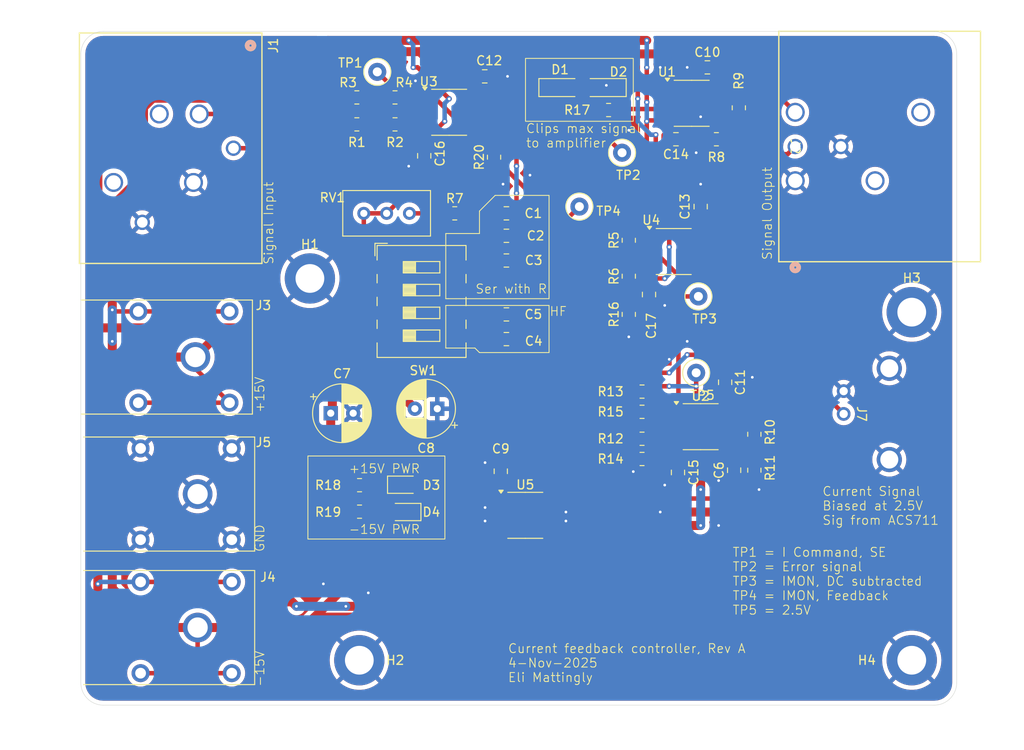
<source format=kicad_pcb>
(kicad_pcb (version 20240108) (generator "pcbnew") (generator_version "8.0")
  (layers (0 "F.Cu" signal) (31 "B.Cu" signal) (34 "B.Paste" user) (35 "F.Paste" user) (36 "B.SilkS" user "B.Silkscreen") (37 "F.SilkS" user "F.Silkscreen") (38 "B.Mask" user) (39 "F.Mask" user) (44 "Edge.Cuts" user))
  (net 0 "")
  (net 1 "/SIG_ERR")
  (net 2 "Net-(C1-Pad1)")
  (net 3 "Net-(C2-Pad1)")
  (net 4 "Net-(C3-Pad1)")
  (net 5 "Net-(C4-Pad1)")
  (net 6 "Net-(C5-Pad1)")
  (net 7 "Net-(U2B-+)")
  (net 8 "GND")
  (net 9 "+15V")
  (net 10 "-15V")
  (net 11 "+5V")
  (net 12 "/SIG_ERR_Clip")
  (net 13 "Net-(D1-A)")
  (net 14 "Net-(D3-K)")
  (net 15 "Net-(D4-A)")
  (net 16 "/IN-")
  (net 17 "/IN+")
  (net 18 "/OUT-")
  (net 19 "/OUT+")
  (net 20 "/IMon_In")
  (net 21 "Net-(U3A-+)")
  (net 22 "Net-(U3A--)")
  (net 23 "/I_CMD")
  (net 24 "Net-(U4A--)")
  (net 25 "/IMON_FB")
  (net 26 "Net-(R16-Pad2)")
  (net 27 "Net-(R7-Pad1)")
  (net 28 "Net-(U1B--)")
  (net 29 "Net-(U2A-+)")
  (net 30 "+2V5")
  (net 31 "Net-(U2A--)")
  (net 32 "/IMon_DC_Subtract")
  (net 35 "Net-(U3B--)")
  (footprint "MountingHole:MountingHole_3.2mm_M3_DIN965_Pad" (layer "F.Cu") (at 148.5 100)
    (property "Reference" "H2")
    (property "Value" "~")
  )
  (footprint "Capacitor_THT:CP_Radial_D6.3mm_P2.50mm" (layer "F.Cu") (at 145.317621 72.5)
    (property "Reference" "C7")
    (property "Value" "100u")
  )
  (footprint "MountingHole:MountingHole_3.2mm_M3_DIN965_Pad" (layer "F.Cu") (at 210 100)
    (property "Reference" "H4")
    (property "Value" "~")
  )
  (footprint "Resistor_SMD:R_0805_2012Metric_Pad1.20x1.40mm_HandSolder" (layer "F.Cu") (at 176.25 38.75)
    (property "Reference" "R17")
    (property "Value" "1k")
  )
  (footprint "Diode_SMD:D_SOD-123" (layer "F.Cu") (at 170.85 36.25)
    (property "Reference" "D1")
    (property "Value" "2.5")
  )
  (footprint "Resistor_SMD:R_0805_2012Metric_Pad1.20x1.40mm_HandSolder" (layer "F.Cu") (at 159.125 50.25)
    (property "Reference" "R7")
    (property "Value" "1k")
  )
  (footprint "Capacitor_SMD:C_0805_2012Metric_Pad1.18x1.45mm_HandSolder" (layer "F.Cu") (at 162.4625 35 180)
    (property "Reference" "C12")
    (property "Value" "100n")
  )
  (footprint "Package_SO:SOIC-8_3.9x4.9mm_P1.27mm" (layer "F.Cu") (at 166.975 83.8675)
    (property "Reference" "U5")
    (property "Value" "L78L05_SO8")
  )
  (footprint "Capacitor_SMD:C_0805_2012Metric_Pad1.18x1.45mm_HandSolder" (layer "F.Cu") (at 180.75 59.2875 90)
    (property "Reference" "C17")
    (property "Value" "100n")
  )
  (footprint "Resistor_SMD:R_0805_2012Metric_Pad1.20x1.40mm_HandSolder" (layer "F.Cu") (at 192.475 78.845 90)
    (property "Reference" "R11")
    (property "Value" "10k")
  )
  (footprint "Resistor_SMD:R_0805_2012Metric_Pad1.20x1.40mm_HandSolder" (layer "F.Cu") (at 178.5 61.5 90)
    (property "Reference" "R16")
    (property "Value" "220")
  )
  (footprint "Resistor_SMD:R_0805_2012Metric_Pad1.20x1.40mm_HandSolder" (layer "F.Cu") (at 148.525 83.46)
    (property "Reference" "R19")
    (property "Value" "10k")
  )
  (footprint "Resistor_SMD:R_0805_2012Metric_Pad1.20x1.40mm_HandSolder" (layer "F.Cu") (at 188.25 42)
    (property "Reference" "R8")
    (property "Value" "1k")
  )
  (footprint "Capacitor_SMD:C_0805_2012Metric_Pad1.18x1.45mm_HandSolder" (layer "F.Cu") (at 186.5 49.5 -90)
    (property "Reference" "C13")
    (property "Value" "100n")
  )
  (footprint "Capacitor_SMD:C_0805_2012Metric_Pad1.18x1.45mm_HandSolder" (layer "F.Cu") (at 164.875 61.5)
    (property "Reference" "C5")
    (property "Value" "1n")
  )
  (footprint "Package_SO:SOIC-8_3.9x4.9mm_P1.27mm" (layer "F.Cu") (at 186.5 74)
    (property "Reference" "U2")
    (property "Value" "ADA4610-2xR")
  )
  (footprint "Capacitor_SMD:C_0805_2012Metric_Pad1.18x1.45mm_HandSolder" (layer "F.Cu") (at 164.875 64.25)
    (property "Reference" "C4")
    (property "Value" "470p")
  )
  (footprint "Eli_Lib:AC3FAH2-F-XLR" (layer "F.Cu") (at 130.04 39.19 90)
    (property "Reference" "J1")
    (property "Value" "AC3FAH2-XLR")
  )
  (footprint "TestPoint:TestPoint_Loop_D2.50mm_Drill1.0mm" (layer "F.Cu") (at 186.25 59.5)
    (property "Reference" "TP3")
    (property "Value" "5002")
  )
  (footprint "Resistor_SMD:R_0805_2012Metric_Pad1.20x1.40mm_HandSolder" (layer "F.Cu") (at 148.225 40.345)
    (property "Reference" "R1")
    (property "Value" "1k")
  )
  (footprint "LED_SMD:LED_0805_2012Metric_Pad1.15x1.40mm_HandSolder" (layer "F.Cu") (at 153.5 83.5 180)
    (property "Reference" "D4")
    (property "Value" "LED")
  )
  (footprint "Capacitor_SMD:C_0805_2012Metric_Pad1.18x1.45mm_HandSolder" (layer "F.Cu") (at 190.225 78.845 90)
    (property "Reference" "C6")
    (property "Value" "10u")
  )
  (footprint "Resistor_SMD:R_0805_2012Metric_Pad1.20x1.40mm_HandSolder" (layer "F.Cu") (at 178.5 57.25 90)
    (property "Reference" "R6")
    (property "Value" "1k")
  )
  (footprint "TestPoint:TestPoint_Loop_D2.50mm_Drill1.0mm" (layer "F.Cu") (at 177.75 43.5)
    (property "Reference" "TP2")
    (property "Value" "5002")
  )
  (footprint "Capacitor_SMD:C_0805_2012Metric_Pad1.18x1.45mm_HandSolder" (layer "F.Cu") (at 183.75 42 180)
    (property "Reference" "C14")
    (property "Value" "100n")
  )
  (footprint "Button_Switch_SMD:SW_DIP_SPSTx04_Slide_9.78x12.34mm_W8.61mm_P2.54mm" (layer "F.Cu") (at 155.43 60.06)
    (property "Reference" "SW1")
    (property "Value" "SW_DIP_x04")
  )
  (footprint "Diode_SMD:D_SOD-123" (layer "F.Cu") (at 175.85 36.25 180)
    (property "Reference" "D2")
    (property "Value" "2.5")
  )
  (footprint "Eli_Lib:Banana-FCR7350L" (layer "F.Cu") (at 130.5 96.36)
    (property "Reference" "J4")
    (property "Value" "Banana")
  )
  (footprint "Potentiometer_THT:Potentiometer_Bourns_3296W_Vertical" (layer "F.Cu") (at 149 50.25 180)
    (property "Reference" "RV1")
    (property "Value" "10k")
  )
  (footprint "Capacitor_SMD:C_0805_2012Metric_Pad1.18x1.45mm_HandSolder" (layer "F.Cu") (at 164.25 78.9625 -90)
    (property "Reference" "C9")
    (property "Value" "10u")
  )
  (footprint "MountingHole:MountingHole_3.2mm_M3_DIN965_Pad" (layer "F.Cu") (at 210 61.25)
    (property "Reference" "H3")
    (property "Value" "~")
  )
  (footprint "Eli_Lib:AC3MAH-AU-PRE_AMP" (layer "F.Cu") (at 197.03 46.62 -90)
    (property "Reference" "J2")
    (property "Value" "AC3MAH-AU-PRE")
  )
  (footprint "LED_SMD:LED_0805_2012Metric_Pad1.15x1.40mm_HandSolder" (layer "F.Cu") (at 153.5 80.46)
    (property "Reference" "D3")
    (property "Value" "LED")
  )
  (footprint "Resistor_SMD:R_0805_2012Metric_Pad1.20x1.40mm_HandSolder" (layer "F.Cu") (at 163.5 44 90)
    (property "Reference" "R20")
    (property "Value" "10k")
  )
  (footprint "Resistor_SMD:R_0805_2012Metric_Pad1.20x1.40mm_HandSolder" (layer "F.Cu") (at 178.5 53.25 90)
    (property "Reference" "R5")
    (property "Value" "10k")
  )
  (footprint "Resistor_SMD:R_0805_2012Metric_Pad1.20x1.40mm_HandSolder" (layer "F.Cu") (at 190.75 38.5 90)
    (property "Reference" "R9")
    (property "Value" "1k")
  )
  (footprint "TestPoint:TestPoint_Loop_D2.50mm_Drill1.0mm" (layer "F.Cu") (at 186 68)
    (property "Reference" "TP5")
    (property "Value" "5002")
  )
  (footprint "Resistor_SMD:R_0805_2012Metric_Pad1.20x1.40mm_HandSolder" (layer "F.Cu") (at 192.475 74.845 90)
    (property "Reference" "R10")
    (property "Value" "10k")
  )
  (footprint "Resistor_SMD:R_0805_2012Metric_Pad1.20x1.40mm_HandSolder" (layer "F.Cu") (at 152.475 40.345)
    (property "Reference" "R2")
    (property "Value" "1k")
  )
  (footprint "Eli_Lib:Banana-FCR7350L" (layer "F.Cu") (at 130.25 66.25)
    (property "Reference" "J3")
    (property "Value" "Banana")
  )
  (footprint "Eli_Lib:Banana-FCR7350L" (layer "F.Cu") (at 130.5 81.5)
    (property "Reference" "J5")
    (property "Value" "Banana")
  )
  (footprint "Capacitor_SMD:C_0805_2012Metric_Pad1.18x1.45mm_HandSolder" (layer "F.Cu") (at 164.875 50.25)
    (property "Reference" "C1")
    (property "Value" "47n")
  )
  (footprint "Resistor_SMD:R_0805_2012Metric_Pad1.20x1.40mm_HandSolder" (layer "F.Cu") (at 148.525 80.51)
    (property "Reference" "R18")
    (property "Value" "10k")
  )
  (footprint "Package_SO:SOIC-8_3.9x4.9mm_P1.27mm" (layer "F.Cu") (at 158.5 39)
    (property "Reference" "U3")
    (property "Value" "ADA4610-2xR")
  )
  (footprint "TestPoint:TestPoint_Loop_D2.50mm_Drill1.0mm" (layer "F.Cu") (at 150.5 34.5)
    (property "Reference" "TP1")
    (property "Value" "5002")
  )
  (footprint "Resistor_SMD:R_0805_2012Metric_Pad1.20x1.40mm_HandSolder" (layer "F.Cu") (at 179.975 70.095 180)
    (property "Reference" "R13")
    (property "Value" "1k")
  )
  (footprint "Resistor_SMD:R_0805_2012Metric_Pad1.20x1.40mm_HandSolder" (layer "F.Cu") (at 148.225 37.345)
    (property "Reference" "R3")
    (property "Value" "1k")
  )
  (footprint "Resistor_SMD:R_0805_2012Metric_Pad1.20x1.40mm_HandSolder" (layer "F.Cu") (at 179.975 75.345)
    (property "Reference" "R12")
    (property "Value" "1k")
  )
  (footprint "Resistor_SMD:R_0805_2012Metric_Pad1.20x1.40mm_HandSolder" (layer "F.Cu") (at 179.975 77.595 180)
    (property "Reference" "R14")
    (property "Value" "1k")
  )
  (footprint "Capacitor_SMD:C_0805_2012Metric_Pad1.18x1.45mm_HandSolder" (layer "F.Cu") (at 164.875 52.75)
    (property "Reference" "C2")
    (property "Value" "22n")
  )
  (footprint "Capacitor_SMD:C_0805_2012Metric_Pad1.18x1.45mm_HandSolder" (layer "F.Cu") (at 183.975 79.095 90)
    (property "Reference" "C15")
    (property "Value" "100n")
  )
  (footprint "Capacitor_THT:CP_Radial_D6.3mm_P2.50mm" (layer "F.Cu") (at 157.18238 72 180)
    (property "Reference" "C8")
    (property "Value" "100u")
  )
  (footprint "Resistor_SMD:R_0805_2012Metric_Pad1.20x1.40mm_HandSolder" (layer "F.Cu") (at 179.975 72.345)
    (property "Reference" "R15")
    (property "Value" "1k")
  )
  (footprint "Capacitor_SMD:C_0805_2012Metric_Pad1.18x1.45mm_HandSolder" (layer "F.Cu") (at 187.25 34)
    (property "Reference" "C10")
    (property "Value" "100n")
  )
  (footprint "Package_SO:SOIC-8_3.9x4.9mm_P1.27mm" (layer "F.Cu") (at 185.5 38)
    (property "Reference" "U1")
    (property "Value" "ADA4610-2xR")
  )
  (footprint "Capacitor_SMD:C_0805_2012Metric_Pad1.18x1.45mm_HandSolder" (layer "F.Cu") (at 189.225 69.0575 -90)
    (property "Reference" "C11")
    (property "Value" "100n")
  )
  (footprint "Eli_Lib:31-5486-1010 BNC Panel RA" (layer "F.Cu") (at 202.42 72.58 -90)
    (property "Reference" "J7")
    (property "Value" "Conn_Coaxial")
  )
  (footprint "Package_SO:SOIC-8_3.9x4.9mm_P1.27mm" (layer "F.Cu") (at 183.5 54.5)
    (property "Reference" "U4")
    (property "Value" "ADA4610-2xR")
  )
  (footprint "Capacitor_SMD:C_0805_2012Metric_Pad1.18x1.45mm_HandSolder" (layer "F.Cu") (at 164.875 55.5)
    (property "Reference" "C3")
    (property "Value" "10n")
  )
  (footprint "MountingHole:MountingHole_3.2mm_M3_DIN965_Pad" (layer "F.Cu") (at 143 57.5)
    (property "Reference" "H1")
    (property "Value" "~")
  )
  (footprint "Capacitor_SMD:C_0805_2012Metric_Pad1.18x1.45mm_HandSolder" (layer "F.Cu") (at 155.725 43.845 90)
    (property "Reference" "C16")
    (property "Value" "100n")
  )
  (footprint "Resistor_SMD:R_0805_2012Metric_Pad1.20x1.40mm_HandSolder" (layer "F.Cu") (at 152.475 37.345)
    (property "Reference" "R4")
    (property "Value" "1k")
  )
  (footprint "TestPoint:TestPoint_Loop_D2.50mm_Drill1.0mm" (layer "F.Cu") (at 173 49.5)
    (property "Reference" "TP4")
    (property "Value" "5002")
  )
  (gr_line (start 158.125 60.5) (end 158.125 65.25) (stroke (width 0.1)) (layer "F.SilkS"))
  (gr_line (start 169.625 65.75) (end 169.625 60.5) (stroke (width 0.1)) (layer "F.SilkS"))
  (gr_line (start 161.875 65.75) (end 169.625 65.75) (stroke (width 0.1)) (layer "F.SilkS"))
  (gr_line (start 161.875 50) (end 161.875 52.5) (stroke (width 0.1)) (layer "F.SilkS"))
  (gr_line (start 158.125 52.5) (end 158.125 59.75) (stroke (width 0.1)) (layer "F.SilkS"))
  (gr_line (start 169.625 59.75) (end 169.625 48.25) (stroke (width 0.1)) (layer "F.SilkS"))
  (gr_line (start 163.625 48.25) (end 161.875 50) (stroke (width 0.1)) (layer "F.SilkS"))
  (gr_rect (start 142.775 77.26) (end 158.025 86.51) (stroke (width 0.1)) (fill none) (layer "F.SilkS"))
  (gr_line (start 158.375 59.75) (end 169.625 59.75) (stroke (width 0.1)) (layer "F.SilkS"))
  (gr_rect (start 167 33) (end 179 40) (stroke (width 0.1)) (fill none) (layer "F.SilkS"))
  (gr_line (start 169.625 48.25) (end 163.625 48.25) (stroke (width 0.1)) (layer "F.SilkS"))
  (gr_line (start 161.375 65.25) (end 161.875 65.75) (stroke (width 0.1)) (layer "F.SilkS"))
  (gr_line (start 158.125 65.25) (end 161.375 65.25) (stroke (width 0.1)) (layer "F.SilkS"))
  (gr_line (start 158.125 59.75) (end 158.375 59.75) (stroke (width 0.1)) (layer "F.SilkS"))
  (gr_line (start 169.625 60.5) (end 158.125 60.5) (stroke (width 0.1)) (layer "F.SilkS"))
  (gr_line (start 161.875 52.5) (end 158.125 52.5) (stroke (width 0.1)) (layer "F.SilkS"))
  (gr_arc (start 215 102.5) (mid 214.267767 104.267767) (end 212.5 105) (stroke (width 0.05)) (layer "Edge.Cuts"))
  (gr_line (start 215 32.5) (end 215 102.5) (stroke (width 0.05)) (layer "Edge.Cuts"))
  (gr_line (start 120 30) (end 212.5 30) (stroke (width 0.05)) (layer "Edge.Cuts"))
  (gr_arc (start 117.5 32.5) (mid 118.232233 30.732233) (end 120 30) (stroke (width 0.05)) (layer "Edge.Cuts"))
  (gr_arc (start 212.5 30) (mid 214.267767 30.732233) (end 215 32.5) (stroke (width 0.05)) (layer "Edge.Cuts"))
  (gr_arc (start 120 105) (mid 118.232233 104.267767) (end 117.5 102.5) (stroke (width 0.05)) (layer "Edge.Cuts"))
  (gr_line (start 117.5 102.5) (end 117.5 32.5) (stroke (width 0.05)) (layer "Edge.Cuts"))
  (gr_line (start 212.5 105) (end 120 105) (stroke (width 0.05)) (layer "Edge.Cuts"))
  (gr_text "GND" (at 138 88 90) (layer "F.SilkS") (effects (font (size 1 1) (thickness 0.1)) (justify left bottom)))
  (gr_text "+15V" (at 138 72.5 90) (layer "F.SilkS") (effects (font (size 1 1) (thickness 0.1)) (justify left bottom)))
  (gr_text "-15V" (at 138 103 90) (layer "F.SilkS") (effects (font (size 1 1) (thickness 0.1)) (justify left bottom)))
  (gr_text "Current feedback controller, Rev A\n4-Nov-2025\nEli Mattingly" (at 165 102.5 0) (layer "F.SilkS") (effects (font (size 1 1) (thickness 0.1)) (justify left bottom)))
  (gr_text "+15V PWR" (at 147.275 79.26 0) (layer "F.SilkS") (effects (font (size 1 1) (thickness 0.1)) (justify left bottom)))
  (gr_text "-15V PWR" (at 147.275 86.01 0) (layer "F.SilkS") (effects (font (size 1 1) (thickness 0.1)) (justify left bottom)))
  (gr_text "Signal Input" (at 139 56 90) (layer "F.SilkS") (effects (font (size 1 1) (thickness 0.1)) (justify left bottom)))
  (gr_text "TP1 = I Command, SE\nTP2 = Error signal\nTP3 = IMON, DC subtracted\nTP4 = IMON, Feedback\nTP5 = 2.5V" (at 190 95 0) (layer "F.SilkS") (effects (font (size 1 1) (thickness 0.1)) (justify left bottom)))
  (gr_text "Signal Output" (at 194.5 55.5 90) (layer "F.SilkS") (effects (font (size 1 1) (thickness 0.1)) (justify left bottom)))
  (gr_text "Ser with R" (at 161.375 59.25 0) (layer "F.SilkS") (effects (font (size 1 1) (thickness 0.1)) (justify left bottom)))
  (gr_text "Clips max signal\nto amplifier" (at 167 43 0) (layer "F.SilkS") (effects (font (size 1 1) (thickness 0.1)) (justify left bottom)))
  (gr_text "Current Signal\nBiased at 2.5V\nSig from ACS711" (at 200 85 0) (layer "F.SilkS") (effects (font (size 1 1) (thickness 0.1)) (justify left bottom)))
  (gr_text "HF" (at 169.625 61.75 0) (layer "F.SilkS") (effects (font (size 1 1) (thickness 0.1)) (justify left bottom)))
  (segment (start 165.9125 61.5) (end 165.9125 55.5) (width 1) (layer "F.Cu") (net 1))
  (segment (start 165.9125 52.75) (end 165.9125 50.25) (width 1) (layer "F.Cu") (net 1))
  (segment (start 160.975 38.365) (end 162.365 38.365) (width 0.5) (layer "F.Cu") (net 1))
  (segment (start 162.365 38.365) (end 165 41) (width 0.5) (layer "F.Cu") (net 1))
  (segment (start 177.75 43.5) (end 175.25 41) (width 0.5) (layer "F.Cu") (net 1))
  (segment (start 166 50.1625) (end 165.9125 50.25) (width 0.5) (layer "F.Cu") (net 1))
  (segment (start 164.365 38.365) (end 160.975 38.365) (width 0.5) (layer "F.Cu") (net 1))
  (segment (start 165.9125 55.5) (end 165.9125 52.75) (width 1) (layer "F.Cu") (net 1))
  (segment (start 166 48) (end 166 50.1625) (width 0.5) (layer "F.Cu") (net 1))
  (segment (start 165.9125 64.25) (end 165.9125 61.5) (width 1) (layer "F.Cu") (net 1))
  (segment (start 166 42) (end 166 45) (width 0.5) (layer "F.Cu") (net 1))
  (segment (start 165 41) (end 166 42) (width 0.5) (layer "F.Cu") (net 1))
  (segment (start 164.5 38.5) (end 164.365 38.365) (width 0.5) (layer "F.Cu") (net 1))
  (segment (start 166.25 38.75) (end 166 38.5) (width 0.5) (layer "F.Cu") (net 1))
  (segment (start 166 38.5) (end 164.5 38.5) (width 0.5) (layer "F.Cu") (net 1))
  (segment (start 175.25 38.75) (end 166.25 38.75) (width 0.5) (layer "F.Cu") (net 1))
  (segment (start 175.25 41) (end 175.25 38.75) (width 0.5) (layer "F.Cu") (net 1))
  (via (at 166 45) (size 0.6) (drill 0.3) (layers "F.Cu" "B.Cu") (net 1))
  (via (at 166 48) (size 0.6) (drill 0.3) (layers "F.Cu" "B.Cu") (net 1))
  (segment (start 166 45) (end 166 48) (width 0.5) (layer "B.Cu") (net 1))
  (segment (start 154.125 56.25) (end 151.125 56.25) (width 0.5) (layer "F.Cu") (net 2))
  (segment (start 154.125 56.25) (end 154.125 58.375) (width 0.5) (layer "F.Cu") (net 2))
  (segment (start 160.125 50.25) (end 163.8375 50.25) (width 0.5) (layer "F.Cu") (net 2))
  (segment (start 160.125 50.25) (end 154.125 56.25) (width 0.5) (layer "F.Cu") (net 2))
  (segment (start 153.71 58.79) (end 151.125 58.79) (width 0.5) (layer "F.Cu") (net 2))
  (segment (start 154.125 58.375) (end 153.71 58.79) (width 0.5) (layer "F.Cu") (net 2))
  (segment (start 159.735 56.25) (end 163.235 52.75) (width 0.5) (layer "F.Cu") (net 3))
  (segment (start 163.235 52.75) (end 163.8375 52.75) (width 0.5) (layer "F.Cu") (net 3))
  (segment (start 161.21 58.79) (end 159.735 58.79) (width 0.5) (layer "F.Cu") (net 4))
  (segment (start 163.8375 55.5) (end 163.8375 56.1625) (width 0.5) (layer "F.Cu") (net 4))
  (segment (start 163.8375 56.1625) (end 161.21 58.79) (width 0.5) (layer "F.Cu") (net 4))
  (segment (start 160.115 64.25) (end 159.735 63.87) (width 0.5) (layer "F.Cu") (net 5))
  (segment (start 163.8375 64.25) (end 160.115 64.25) (width 0.5) (layer "F.Cu") (net 5))
  (segment (start 163.8375 61.5) (end 159.905 61.5) (width 0.5) (layer "F.Cu") (net 6))
  (segment (start 159.905 61.5) (end 159.735 61.33) (width 0.5) (layer "F.Cu") (net 6))
  (segment (start 188.975 75.905) (end 188.975 76.5575) (width 0.5) (layer "F.Cu") (net 7))
  (segment (start 192.475 75.845) (end 192.475 77.845) (width 0.5) (layer "F.Cu") (net 7))
  (segment (start 192.475 77.845) (end 190.2625 77.845) (width 0.5) (layer "F.Cu") (net 7))
  (segment (start 188.975 76.5575) (end 190.225 77.8075) (width 0.5) (layer "F.Cu") (net 7))
  (segment (start 190.2625 77.845) (end 190.225 77.8075) (width 0.5) (layer "F.Cu") (net 7))
  (segment (start 162.5025 84.5025) (end 162.5 84.5) (width 0.5) (layer "F.Cu") (net 8))
  (segment (start 187.975 39.905) (end 186.905 39.905) (width 0.5) (layer "F.Cu") (net 8))
  (segment (start 171.2325 83.2325) (end 171.5 83.5) (width 0.5) (layer "F.Cu") (net 8))
  (segment (start 164.5 83.2325) (end 162.7325 83.2325) (width 0.5) (layer "F.Cu") (net 8))
  (segment (start 171.4975 84.5025) (end 171.5 84.5) (width 0.5) (layer "F.Cu") (net 8))
  (segment (start 164.25 77.925) (end 162.575 77.925) (width 0.5) (layer "F.Cu") (net 8))
  (segment (start 169.45 84.5025) (end 171.4975 84.5025) (width 0.5) (layer "F.Cu") (net 8))
  (segment (start 162.7325 83.2325) (end 162.5 83) (width 0.5) (layer "F.Cu") (net 8))
  (segment (start 164.5 84.5025) (end 162.5025 84.5025) (width 0.5) (layer "F.Cu") (net 8))
  (segment (start 169.45 83.2325) (end 171.2325 83.2325) (width 0.5) (layer "F.Cu") (net 8))
  (segment (start 162.575 77.925) (end 162.5 78) (width 0.5) (layer "F.Cu") (net 8))
  (segment (start 186.905 39.905) (end 186.5 39.5) (width 0.5) (layer "F.Cu") (net 8))
  (via (at 182.5 60.5) (size 0.6) (drill 0.3) (layers "F.Cu" "B.Cu") (net 8))
  (via (at 179 79) (size 0.6) (drill 0.3) (layers "F.Cu" "B.Cu") (net 8))
  (via (at 149.5 92.5) (size 0.6) (drill 0.3) (layers "F.Cu" "B.Cu") (net 8))
  (via (at 186.5 47) (size 0.6) (drill 0.3) (layers "F.Cu" "B.Cu") (net 8))
  (via (at 171.5 84.5) (size 0.6) (drill 0.3) (layers "F.Cu" "B.Cu") (net 8))
  (via (at 183 66.5) (size 0.6) (drill 0.3) (layers "F.Cu" "B.Cu") (net 8))
  (via (at 178.5 64) (size 0.6) (drill 0.3) (layers "F.Cu" "B.Cu") (net 8))
  (via (at 186.5 39.5) (size 0.6) (drill 0.3) (layers "F.Cu" "B.Cu") (net 8))
  (via (at 188.5 80) (size 0.6) (drill 0.3) (layers "F.Cu" "B.Cu") (net 8))
  (via (at 185 64.5) (size 0.6) (drill 0.3) (layers "F.Cu" "B.Cu") (net 8))
  (via (at 154 45) (size 0.6) (drill 0.3) (layers "F.Cu" "B.Cu") (net 8))
  (via (at 144.5 91.5) (size 0.6) (drill 0.3) (layers "F.Cu" "B.Cu") (net 8))
  (via (at 167.5 46) (size 0.6) (drill 0.3) (layers "F.Cu" "B.Cu") (net 8))
  (via (at 162.5 84.5) (size 0.6) (drill 0.3) (layers "F.Cu" "B.Cu") (net 8))
  (via (at 182 83.5) (size 0.6) (drill 0.3) (layers "F.Cu" "B.Cu") (net 8))
  (via (at 176 36) (size 0.6) (drill 0.3) (layers "F.Cu" "B.Cu") (net 8))
  (via (at 188.5 85) (size 0.6) (drill 0.3) (layers "F.Cu" "B.Cu") (net 8))
  (via (at 171.5 83.5) (size 0.6) (drill 0.3) (layers "F.Cu" "B.Cu") (net 8))
  (via (at 186 43.5) (size 0.6) (drill 0.3) (layers "F.Cu" "B.Cu") (net 8))
  (via (at 185 34) (size 0.6) (drill 0.3) (layers "F.Cu" "B.Cu") (net 8))
  (via (at 154.75 35.5) (size 0.6) (drill 0.3) (layers "F.Cu" "B.Cu") (net 8))
  (via (at 193 81) (size 0.6) (drill 0.3) (layers "F.Cu" "B.Cu") (net 8))
  (via (at 164.5 47) (size 0.6) (drill 0.3) (layers "F.Cu" "B.Cu") (net 8))
  (via (at 192.25 68.5) (size 0.6) (drill 0.3) (layers "F.Cu" "B.Cu") (net 8))
  (via (at 162.5 78) (size 0.6) (drill 0.3) (layers "F.Cu" "B.Cu") (net 8))
  (via (at 162.5 83) (size 0.6) (drill 0.3) (layers "F.Cu" "B.Cu") (net 8))
  (via (at 178.5 41) (size 0.6) (drill 0.3) (layers "F.Cu" "B.Cu") (net 8))
  (via (at 182.5 80.5) (size 0.6) (drill 0.3) (layers "F.Cu" "B.Cu") (net 8))
  (via (at 165 35) (size 0.6) (drill 0.3) (layers "F.Cu" "B.Cu") (net 8))
  (via (at 182 34) (size 0.6) (drill 0.3) (layers "F.Cu" "B.Cu") (net 8))
  (segment (start 141 93.5) (end 141.5 94) (width 1) (layer "F.Cu") (net 9))
  (segment (start 134.05 61.17) (end 123.9 61.17) (width 0.5) (layer "F.Cu") (net 9))
  (segment (start 189.225 70.095) (end 189.225 71.845) (width 0.5) (layer "F.Cu") (net 9))
  (segment (start 141.6718 34.7) (end 143.8 34.7) (width 1) (layer "F.Cu") (net 9))
  (segment (start 179.25 88.73995) (end 179.25 88.75) (width 0.5) (layer "F.Cu") (net 9))
  (segment (start 181.5 41.5) (end 181.5 45.51005) (width 0.5) (layer "F.Cu") (net 9))
  (segment (start 196 75.21957) (end 190.87543 70.095) (width 1) (layer "F.Cu") (net 9))
  (segment (start 132 64.5) (end 144 64.5) (width 1) (layer "F.Cu") (net 9))
  (segment (start 174 94) (end 179.25 88.75) (width 1) (layer "F.Cu") (net 9))
  (segment (start 147 94) (end 166 94) (width 1) (layer "F.Cu") (net 9))
  (segment (start 179.5 32.5) (end 179.5 37) (width 0.5) (layer "F.Cu") (net 9))
  (segment (start 161.225 35.1325) (end 161.225 36.845) (width 0.5) (layer "F.Cu") (net 9))
  (segment (start 179.25 88.75) (end 184.5 83.5) (width 1) (layer "F.Cu") (net 9))
  (segment (start 123.9 61.17) (end 121.17 61.17) (width 0.5) (layer "F.Cu") (net 9))
  (segment (start 158.1325 35.1325) (end 161.225 35.1325) (width 1) (layer "F.Cu") (net 9))
  (segment (start 121.17 61.17) (end 121 61) (width 0.5) (layer "F.Cu") (net 9))
  (segment (start 146.5 75.5) (end 145.317621 74.317621) (width 1) (layer "F.Cu") (net 9))
  (segment (start 150.265 75.5) (end 146.5 75.5) (width 1) (layer "F.Cu") (net 9))
  (segment (start 196 80.843502) (end 196 75.21957) (width 1) (layer "F.Cu") (net 9))
  (segment (start 161.225 36.845) (end 160.975 37.095) (width 0.5) (layer "F.Cu") (net 9))
  (segment (start 155.25 32.25) (end 155.5 32.5) (width 1) (layer "F.Cu") (net 9))
  (segment (start 186.5 50.51005) (end 186.5 50.5375) (width 0.5) (layer "F.Cu") (net 9))
  (segment (start 169.45 81.9625) (end 167.5375 81.9625) (width 0.5) (layer "F.Cu") (net 9))
  (segment (start 190.87543 70.095) (end 189.225 70.095) (width 1) (layer "F.Cu") (net 9))
  (segment (start 122.5 93.5) (end 141 93.5) (width 1) (layer "F.Cu") (net 9))
  (segment (start 155.5 32.5) (end 179.5 32.5) (width 1) (layer "F.Cu") (net 9))
  (segment (start 134.05 71.33) (end 130.25 67.53) (width 0.5) (layer "F.Cu") (net 9))
  (segment (start 143.8 34.7) (end 146.25 32.25) (width 1) (layer "F.Cu") (net 9))
  (segment (start 184.5 83.5) (end 193.343502 83.5) (width 1) (layer "F.Cu") (net 9))
  (segment (start 189.225 71.845) (end 188.975 72.095) (width 0.5) (layer "F.Cu") (net 9))
  (segment (start 146.25 32.25) (end 155.25 32.25) (width 1) (layer "F.Cu") (net 9))
  (segment (start 166.5 93.5) (end 166 94) (width 0.5) (layer "F.Cu") (net 9))
  (segment (start 188.2875 35.7825) (end 187.975 36.095) (width 0.5) (layer "F.Cu") (net 9))
  (segment (start 154.525 79.76) (end 150.265 75.5) (width 1) (layer "F.Cu") (net 9))
  (segment (start 122.25 66.25) (end 122 66.5) (width 1) (layer "F.Cu") (net 9))
  (segment (start 166.5 83) (end 166.5 93.5) (width 0.5) (layer "F.Cu") (net 9))
  (segment (start 121 67.5) (end 121 92) (width 1) (layer "F.Cu") (net 9))
  (segment (start 130.25 66.25) (end 132 64.5) (width 1) (layer "F.Cu") (net 9))
  (segment (start 145.5 66) (end 145.5 72.317621) (width 1) (layer "F.Cu") (net 9))
  (segment (start 123.9 71.33) (end 134.05 71.33) (width 0.5) (layer "F.Cu") (net 9))
  (segment (start 124.4759 38.463427) (end 125.503427 37.4359) (width 1) (layer "F.Cu") (net 9))
  (segment (start 124.4759 45.964773) (end 124.4759 38.463427) (width 1) (layer "F.Cu") (net 9))
  (segment (start 145.5 72.317621) (end 145.317621 72.5) (width 1) (layer "F.Cu") (net 9))
  (segment (start 121 61) (end 121 49.440673) (width 1) (layer "F.Cu") (net 9))
  (segment (start 186.5 52.07) (end 185.975 52.595) (width 0.5) (layer "F.Cu") (net 9))
  (segment (start 154.525 80.46) (end 154.525 79.76) (width 1) (layer "F.Cu") (net 9))
  (segment (start 179.5 32.5) (end 187.5125 32.5) (width 1) (layer "F.Cu") (net 9))
  (segment (start 122 66.5) (end 121 67.5) (width 1) (layer "F.Cu") (net 9))
  (segment (start 193.343502 83.5) (end 196 80.843502) (width 1) (layer "F.Cu") (net 9))
  (segment (start 181.5 45.51005) (end 186.5 50.51005) (width 0.5) (layer "F.Cu") (net 9))
  (segment (start 121 49.440673) (end 124.4759 45.964773) (width 1) (layer "F.Cu") (net 9))
  (segment (start 166 94) (end 174 94) (width 1) (layer "F.Cu") (net 9))
  (segment (start 167.5375 81.9625) (end 166.5 83) (width 0.5) (layer "F.Cu") (net 9))
  (segment (start 179.5 37) (end 179.5 37.5) (width 0.5) (layer "F.Cu") (net 9))
  (segment (start 155.5 32.5) (end 158.1325 35.1325) (width 1) (layer "F.Cu") (net 9))
  (segment (start 145.317621 74.317621) (end 145.317621 72.5) (width 1) (layer "F.Cu") (net 9))
  (segment (start 130.25 66.25) (end 122.25 66.25) (width 1) (layer "F.Cu") (net 9))
  (segment (start 130.25 67.53) (end 130.25 66.25) (width 0.5) (layer "F.Cu") (net 9))
  (segment (start 144 64.5) (end 145.5 66) (width 1) (layer "F.Cu") (net 9))
  (segment (start 188.2875 34) (end 188.2875 35.7825) (width 0.5) (layer "F.Cu") (net 9))
  (segment (start 121 92) (end 122.5 93.5) (width 1) (layer "F.Cu") (net 9))
  (segment (start 186.5 50.5375) (end 186.5 52.07) (width 0.5) (layer "F.Cu") (net 9))
  (segment (start 138.9359 37.4359) (end 141.6718 34.7) (width 1) (layer "F.Cu") (net 9))
  (segment (start 125.503427 37.4359) (end 138.9359 37.4359) (width 1) (layer "F.Cu") (net 9))
  (segment (start 187.5125 32.5) (end 188.2875 33.275) (width 1) (layer "F.Cu") (net 9))
  (segment (start 121 67.5) (end 121 64.5) (width 1) (layer "F.Cu") (net 9))
  (segment (start 188.2875 33.275) (end 188.2875 34) (width 1) (layer "F.Cu") (net 9))
  (via (at 141.5 94) (size 0.6) (drill 0.3) (layers "F.Cu" "B.Cu") (net 9))
  (via (at 179.5 37.5) (size 0.6) (drill 0.3) (layers "F.Cu" "B.Cu") (net 9))
  (via (at 181.5 41.5) (size 0.6) (drill 0.3) (layers "F.Cu" "B.Cu") (net 9))
  (via (at 121 64.5) (size 0.6) (drill 0.3) (layers "F.Cu" "B.Cu") (net 9))
  (via (at 147 94) (size 0.6) (drill 0.3) (layers "F.Cu" "B.Cu") (net 9))
  (via (at 121 61) (size 0.6) (drill 0.3) (layers "F.Cu" "B.Cu") (net 9))
  (segment (start 180.939339 41.5) (end 181.5 41.5) (width 0.5) (layer "B.Cu") (net 9))
  (segment (start 121 64.5) (end 121 61) (width 1) (layer "B.Cu") (net 9))
  (segment (start 179.5 40.060661) (end 180.939339 41.5) (width 0.5) (layer "B.Cu") (net 9))
  (segment (start 179.5 37.5) (end 179.5 40.060661) (width 0.5) (layer "B.Cu") (net 9))
  (segment (start 141.5 94) (end 147 94) (width 1) (layer "B.Cu") (net 9))
  (segment (start 174.8 95.2) (end 143.525 95.2) (width 1) (layer "F.Cu") (net 10))
  (segment (start 130.5 96.36) (end 122.86 96.36) (width 1) (layer "F.Cu") (net 10))
  (segment (start 180.5 45.5) (end 182 47) (width 0.5) (layer "F.Cu") (net 10))
  (segment (start 180.5 40) (end 180.5 45.5) (width 0.5) (layer "F.Cu") (net 10))
  (segment (start 183.975 75.955) (end 184.025 75.905) (width 0.5) (layer "F.Cu") (net 10))
  (segment (start 182.5 57.5) (end 181.5 57.5) (width 0.5) (layer "F.Cu") (net 10))
  (segment (start 142.365 96.36) (end 154.525 84.2) (width 1) (layer "F.Cu") (net 10))
  (segment (start 155 34) (end 154.5 34) (width 0.5) (layer "F.Cu") (net 10))
  (segment (start 182.7125 42) (end 182.7125 40.2175) (width 0.5) (layer "F.Cu") (net 10))
  (segment (start 130.5 101.44) (end 134.3 101.44) (width 0.5) (layer "F.Cu") (net 10))
  (segment (start 182 47) (end 183 48) (width 0.5) (layer "F.Cu") (net 10))
  (segment (start 185.62875 78.0575) (end 183.975 78.0575) (width 1) (layer "F.Cu") (net 10))
  (segment (start 119.3959 40.1041) (end 123.5 36) (width 1) (layer "F.Cu") (net 10))
  (segment (start 130.5 96.36) (end 142.365 96.36) (width 1) (layer "F.Cu") (net 10))
  (segment (start 157.095 40.905) (end 158 40) (width 0.5) (layer "F.Cu") (net 10))
  (segment (start 183.975 78.0575) (end 183.975 75.955) (width 0.5) (layer "F.Cu") (net 10))
  (segment (start 158.5 37.5) (end 155 34) (width 0.5) (layer "F.Cu") (net 10))
  (segment (start 143.525 95.2) (end 142.365 96.36) (width 1) (layer "F.Cu") (net 10))
  (segment (start 183.025 39.905) (end 180.595 39.905) (width 0.5) (layer "F.Cu") (net 10))
  (segment (start 186.5 85) (end 185 85) (width 1) (layer "F.Cu") (net 10))
  (segment (start 119.3959 63) (end 119.3959 40.1041) (width 1) (layer "F.Cu") (net 10))
  (segment (start 180.75 58.25) (end 180.75 56.68) (width 0.5) (layer "F.Cu") (net 10))
  (segment (start 145 31) (end 154 31) (width 1) (layer "F.Cu") (net 10))
  (segment (start 139.5 33.5) (end 142.5 33.5) (width 1) (layer "F.Cu") (net 10))
  (segment (start 156.025 40.905) (end 157.095 40.905) (width 0.5) (layer "F.Cu") (net 10))
  (segment (start 186.5 78.92875) (end 185.62875 78.0575) (width 1) (layer "F.Cu") (net 10))
  (segment (start 156.025 40.905) (end 156.025 42.5075) (width 0.5) (layer "F.Cu") (net 10))
  (segment (start 122.86 96.36) (end 121 94.5) (width 1) (layer "F.Cu") (net 10))
  (segment (start 180.5 37.885) (end 180.5 34) (width 0.5) (layer "F.Cu") (net 10))
  (segment (start 156.025 42.5075) (end 155.725 42.8075) (width 0.5) (layer "F.Cu") (net 10))
  (segment (start 154.68238 72) (end 145.68238 63) (width 1) (layer "F.Cu") (net 10))
  (segment (start 119.3959 92.8959) (end 119.3959 91.5) (width 1) (layer "F.Cu") (net 10))
  (segment (start 124.15 101.44) (end 130.5 101.44) (width 0.5) (layer "F.Cu") (net 10))
  (segment (start 154.525 84.2) (end 154.525 83.5) (width 1) (layer "F.Cu") (net 10))
  (segment (start 180.595 39.905) (end 180.5 40) (width 0.5) (layer "F.Cu") (net 10))
  (segment (start 181.5 57.5) (end 180.75 58.25) (width 0.5) (layer "F.Cu") (net 10))
  (segment (start 183 48) (end 183 54) (width 0.5) (layer "F.Cu") (net 10))
  (segment (start 124.15 91.28) (end 134.3 91.28) (width 0.5) (layer "F.Cu") (net 10))
  (segment (start 185 85) (end 174.8 95.2) (width 1) (layer "F.Cu") (net 10))
  (segment (start 186.5 81) (end 186.5 78.92875) (width 1) (layer "F.Cu") (net 10))
  (segment (start 142.5 33.5) (end 145 31) (width 1) (layer "F.Cu") (net 10))
  (segment (start 121 94.5) (end 119.3959 92.8959) (width 1) (layer "F.Cu") (net 10))
  (segment (start 154 31) (end 180.5 31) (width 1) (layer "F.Cu") (net 10))
  (segment (start 180.75 56.68) (end 181.025 56.405) (width 0.5) (layer "F.Cu") (net 10))
  (segment (start 130.5 101.44) (end 130.5 96.36) (width 0.5) (layer "F.Cu") (net 10))
  (segment (start 123.5 36) (end 137 36) (width 1) (layer "F.Cu") (net 10))
  (segment (start 119.3959 91.5) (end 119.3959 63) (width 1) (layer "F.Cu") (net 10))
  (segment (start 145.68238 63) (end 119.3959 63) (width 1) (layer "F.Cu") (net 10))
  (segment (start 182.7125 40.2175) (end 183.025 39.905) (width 0.5) (layer "F.Cu") (net 10))
  (segment (start 137 36) (end 139.5 33.5) (width 1) (layer "F.Cu") (net 10))
  (via (at 180.5 40) (size 0.6) (drill 0.3) (layers "F.Cu" "B.Cu") (net 10))
  (via (at 186.5 81) (size 0.6) (drill 0.3) (layers "F.Cu" "B.Cu") (net 10))
  (via (at 186.5 85) (size 0.6) (drill 0.3) (layers "F.Cu" "B.Cu") (net 10))
  (via (at 154.5 34) (size 0.6) (drill 0.3) (layers "F.Cu" "B.Cu") (net 10))
  (via (at 180.5 37.885) (size 0.6) (drill 0.3) (layers "F.Cu" "B.Cu") (net 10))
  (via (at 183 54) (size 0.6) (drill 0.3) (layers "F.Cu" "B.Cu") (net 10))
  (via (at 119.3959 91.5) (size 0.6) (drill 0.3) (layers "F.Cu" "B.Cu") (net 10))
  (via (at 182.5 57.5) (size 0.6) (drill 0.3) (layers "F.Cu" "B.Cu") (net 10))
  (via (at 180.5 31) (size 0.6) (drill 0.3) (layers "F.Cu" "B.Cu") (net 10))
  (via (at 180.5 34) (size 0.6) (drill 0.3) (layers "F.Cu" "B.Cu") (net 10))
  (via (at 158 40) (size 0.6) (drill 0.3) (layers "F.Cu" "B.Cu") (net 10))
  (via (at 158.5 37.5) (size 0.6) (drill 0.3) (layers "F.Cu" "B.Cu") (net 10))
  (via (at 154 31) (size 0.6) (drill 0.3) (layers "F.Cu" "B.Cu") (net 10))
  (segment (start 124.15 91.28) (end 119.6159 91.28) (width 0.5) (layer "B.Cu") (net 10))
  (segment (start 119.6159 91.28) (end 119.3959 91.5) (width 0.5) (layer "B.Cu") (net 10))
  (segment (start 158 38) (end 158.5 37.5) (width 0.5) (layer "B.Cu") (net 10))
  (segment (start 154.5 34) (end 154.5 31.5) (width 0.5) (layer "B.Cu") (net 10))
  (segment (start 183 57) (end 182.5 57.5) (width 0.5) (layer "B.Cu") (net 10))
  (segment (start 158 40) (end 158 38) (width 0.5) (layer "B.Cu") (net 10))
  (segment (start 154.5 31.5) (end 154 31) (width 0.5) (layer "B.Cu") (net 10))
  (segment (start 180.5 34) (end 180.5 31) (width 0.5) (layer "B.Cu") (net 10))
  (segment (start 186.5 85) (end 186.5 81) (width 1) (layer "B.Cu") (net 10))
  (segment (start 180.5 40) (end 180.5 37.885) (width 0.5) (layer "B.Cu") (net 10))
  (segment (start 183 54) (end 183 57) (width 0.5) (layer "B.Cu") (net 10))
  (segment (start 192.475 73.845) (end 194.5 75.87) (width 0.5) (layer "F.Cu") (net 11))
  (segment (start 194.5 81) (end 193.5 82) (width 0.5) (layer "F.Cu") (net 11))
  (segment (start 193.5 82) (end 173.5 82) (width 0.5) (layer "F.Cu") (net 11))
  (segment (start 194.5 75.87) (end 194.5 81) (width 0.5) (layer "F.Cu") (net 11))
  (segment (start 164.5 81.9625) (end 164.5 80.25) (width 0.5) (layer "F.Cu") (net 11))
  (segment (start 173.5 82) (end 171.5 80) (width 0.5) (layer "F.Cu") (net 11))
  (segment (start 164.5 80.25) (end 164.25 80) (width 0.5) (layer "F.Cu") (net 11))
  (segment (start 171.5 80) (end 164.25 80) (width 0.5) (layer "F.Cu") (net 11))
  (segment (start 176.1 37.6) (end 177.25 38.75) (width 0.5) (layer "F.Cu") (net 12))
  (segment (start 178.25 38.75) (end 178.365 38.635) (width 0.5) (layer "F.Cu") (net 12))
  (segment (start 177.25 38.75) (end 178.25 38.75) (width 0.5) (layer "F.Cu") (net 12))
  (segment (start 169.2 36.25) (end 170.55 37.6) (width 0.5) (layer "F.Cu") (net 12))
  (segment (start 182.91 38.75) (end 183.025 38.635) (width 0.5) (layer "F.Cu") (net 12))
  (segment (start 178.365 38.635) (end 183.025 38.635) (width 0.5) (layer "F.Cu") (net 12))
  (segment (start 170.55 37.6) (end 176.1 37.6) (width 0.5) (layer "F.Cu") (net 12))
  (segment (start 172.5 36.25) (end 174.2 36.25) (width 0.5) (layer "F.Cu") (net 13))
  (segment (start 152.425 80.51) (end 152.475 80.46) (width 0.5) (layer "F.Cu") (net 14))
  (segment (start 149.525 80.51) (end 152.425 80.51) (width 0.5) (layer "F.Cu") (net 14))
  (segment (start 152.435 83.46) (end 152.475 83.5) (width 0.5) (layer "F.Cu") (net 15))
  (segment (start 149.525 83.46) (end 152.435 83.46) (width 0.5) (layer "F.Cu") (net 15))
  (segment (start 140.655 37.345) (end 147.225 37.345) (width 0.5) (layer "F.Cu") (net 16))
  (segment (start 130.68 39.19) (end 138.81 39.19) (width 0.5) (layer "F.Cu") (net 16))
  (segment (start 138.81 39.19) (end 140.655 37.345) (width 0.5) (layer "F.Cu") (net 16))
  (segment (start 134.49 43) (end 138 43) (width 0.5) (layer "F.Cu") (net 17))
  (segment (start 138 43) (end 140.655 40.345) (width 0.5) (layer "F.Cu") (net 17))
  (segment (start 140.655 40.345) (end 147.225 40.345) (width 0.5) (layer "F.Cu") (net 17))
  (segment (start 195.53 37.5) (end 197.03 39) (width 0.5) (layer "F.Cu") (net 18))
  (segment (start 190.75 37.5) (end 195.53 37.5) (width 0.5) (layer "F.Cu") (net 18))
  (segment (start 187.975 37.365) (end 190.615 37.365) (width 0.5) (layer "F.Cu") (net 18))
  (segment (start 190.615 37.365) (end 190.75 37.5) (width 0.5) (layer "F.Cu") (net 18))
  (segment (start 184.608842 39.108842) (end 184.608842 38.391158) (width 0.5) (layer "F.Cu") (net 19))
  (segment (start 196.1791 43.6609) (end 188.9109 43.6609) (width 0.5) (layer "F.Cu") (net 19))
  (segment (start 185.5 37.5) (end 184.608842 38.391158) (width 0.5) (layer "F.Cu") (net 19))
  (segment (start 188.9109 43.6609) (end 187.25 42) (width 0.5) (layer "F.Cu") (net 19))
  (segment (start 185.095 36.095) (end 185.5 36.5) (width 0.5) (layer "F.Cu") (net 19))
  (segment (start 187.25 41.75) (end 184.608842 39.108842) (width 0.5) (layer "F.Cu") (net 19))
  (segment (start 187.25 42) (end 187.25 41.75) (width 0.5) (layer "F.Cu") (net 19))
  (segment (start 183.025 36.095) (end 185.095 36.095) (width 0.5) (layer "F.Cu") (net 19))
  (segment (start 197.03 42.81) (end 196.1791 43.6609) (width 0.5) (layer "F.Cu") (net 19))
  (segment (start 183.582684 37.365) (end 183.025 37.365) (width 0.5) (layer "F.Cu") (net 19))
  (segment (start 184.608842 38.391158) (end 183.582684 37.365) (width 0.5) (layer "F.Cu") (net 19))
  (segment (start 185.5 36.5) (end 185.5 37.5) (width 0.5) (layer "F.Cu") (net 19))
  (segment (start 185 66) (end 195.84 66) (width 0.5) (layer "F.Cu") (net 20))
  (segment (start 179 68) (end 183 68) (width 0.5) (layer "F.Cu") (net 20))
  (segment (start 195.84 66) (end 202.42 72.58) (width 0.5) (layer "F.Cu") (net 20))
  (segment (start 177.925 74.295) (end 177.925 69.075) (width 0.5) (layer "F.Cu") (net 20))
  (segment (start 177.925 69.075) (end 179 68) (width 0.5) (layer "F.Cu") (net 20))
  (segment (start 178.975 75.345) (end 177.925 74.295) (width 0.5) (layer "F.Cu") (net 20))
  (via (at 183 68) (size 0.6) (drill 0.3) (layers "F.Cu" "B.Cu") (net 20))
  (via (at 185 66) (size 0.6) (drill 0.3) (layers "F.Cu" "B.Cu") (net 20))
  (segment (start 185 66) (end 183 68) (width 0.5) (layer "B.Cu") (net 20))
  (segment (start 149.225 40.345) (end 151.475 40.345) (width 0.5) (layer "F.Cu") (net 21))
  (segment (start 151.475 39.195) (end 151.475 40.345) (width 0.5) (layer "F.Cu") (net 21))
  (segment (start 155.585 39.195) (end 151.475 39.195) (width 0.5) (layer "F.Cu") (net 21))
  (segment (start 156.025 39.635) (end 155.585 39.195) (width 0.5) (layer "F.Cu") (net 21))
  (segment (start 151.475 38.495) (end 151.475 37.345) (width 0.5) (layer "F.Cu") (net 22))
  (segment (start 155.895 38.495) (end 151.475 38.495) (width 0.5) (layer "F.Cu") (net 22))
  (segment (start 149.225 37.345) (end 151.475 37.345) (width 0.5) (layer "F.Cu") (net 22))
  (segment (start 156.025 38.365) (end 155.895 38.495) (width 0.5) (layer "F.Cu") (net 22))
  (segment (start 153.345 37.345) (end 150.5 34.5) (width 0.5) (layer "F.Cu") (net 23))
  (segment (start 156.025 37.095) (end 156.607316 37.095) (width 0.5) (layer "F.Cu") (net 23))
  (segment (start 156.607316 37.095) (end 160.417316 40.905) (width 0.5) (layer "F.Cu") (net 23))
  (segment (start 160.417316 40.905) (end 160.975 40.905) (width 0.5) (layer "F.Cu") (net 23))
  (segment (start 153.905 37.095) (end 156.025 37.095) (width 0.5) (layer "F.Cu") (net 23))
  (segment (start 153.475 37.345) (end 153.345 37.345) (width 0.5) (layer "F.Cu") (net 23))
  (segment (start 153.655 37.345) (end 154 37) (width 0.5) (layer "F.Cu") (net 23))
  (segment (start 153.655 37.345) (end 153.905 37.095) (width 0.5) (layer "F.Cu") (net 23))
  (segment (start 153.475 37.345) (end 153.655 37.345) (width 0.5) (layer "F.Cu") (net 23))
  (segment (start 178.5 54.25) (end 178.5 56.25) (width 0.5) (layer "F.Cu") (net 24))
  (segment (start 181.025 53.865) (end 178.885 53.865) (width 0.5) (layer "F.Cu") (net 24))
  (segment (start 178.885 53.865) (end 178.5 54.25) (width 0.5) (layer "F.Cu") (net 24))
  (segment (start 163.5 45) (end 164.5 45) (width 0.5) (layer "F.Cu") (net 25))
  (segment (start 180.68 52.25) (end 181.025 52.595) (width 0.5) (layer "F.Cu") (net 25))
  (segment (start 171.75 52.25) (end 178.5 52.25) (width 0.5) (layer "F.Cu") (net 25))
  (segment (start 164.5 45) (end 171 51.5) (width 0.5) (layer "F.Cu") (net 25))
  (segment (start 178.5 52.25) (end 180.68 52.25) (width 0.5) (layer "F.Cu") (net 25))
  (segment (start 171 51.5) (end 171.75 52.25) (width 0.5) (layer "F.Cu") (net 25))
  (segment (start 173 49.5) (end 171 51.5) (width 0.5) (layer "F.Cu") (net 25))
  (segment (start 178.5 58.25) (end 178.5 60.5) (width 0.5) (layer "F.Cu") (net 26))
  (segment (start 154.08 50.25) (end 158.125 50.25) (width 0.5) (layer "F.Cu") (net 27))
  (segment (start 189.885 38.635) (end 190.75 39.5) (width 0.5) (layer "F.Cu") (net 28))
  (segment (start 187.975 38.635) (end 189.885 38.635) (width 0.5) (layer "F.Cu") (net 28))
  (segment (start 189.25 41) (end 190.75 39.5) (width 0.5) (layer "F.Cu") (net 28))
  (segment (start 189.25 42) (end 189.25 41) (width 0.5) (layer "F.Cu") (net 28))
  (segment (start 184.025 74.635) (end 181.685 74.635) (width 0.5) (layer "F.Cu") (net 29))
  (segment (start 181.685 74.635) (end 180.975 75.345) (width 0.5) (layer "F.Cu") (net 29))
  (segment (start 180.975 77.595) (end 180.975 75.345) (width 0.5) (layer "F.Cu") (net 29))
  (segment (start 186 68.5) (end 186.5 68) (width 0.5) (layer "F.Cu") (net 30))
  (segment (start 188.975 74.635) (end 188.975 73.365) (width 0.5) (layer "F.Cu") (net 30))
  (segment (start 181.57 69.5) (end 180.975 70.095) (width 0.5) (layer "F.Cu") (net 30))
  (segment (start 188.000001 73.365) (end 186 71.364999) (width 0.5) (layer "F.Cu") (net 30))
  (segment (start 186 71.364999) (end 186 69.5) (width 0.5) (layer "F.Cu") (net 30))
  (segment (start 183 69.5) (end 181.57 69.5) (width 0.5) (layer "F.Cu") (net 30))
  (segment (start 188.975 73.365) (end 188.000001 73.365) (width 0.5) (layer "F.Cu") (net 30))
  (segment (start 186 69.5) (end 186 68.5) (width 0.5) (layer "F.Cu") (net 30))
  (via (at 183 69.5) (size 0.6) (drill 0.3) (layers "F.Cu" "B.Cu") (net 30))
  (via (at 186 69.5) (size 0.6) (drill 0.3) (layers "F.Cu" "B.Cu") (net 30))
  (segment (start 186 69.5) (end 183 69.5) (width 0.5) (layer "B.Cu") (net 30))
  (segment (start 184.025 73.365) (end 183.89 73.5) (width 0.5) (layer "F.Cu") (net 31))
  (segment (start 178.975 70.095) (end 178.975 72.345) (width 0.5) (layer "F.Cu") (net 31))
  (segment (start 180.13 73.5) (end 178.975 72.345) (width 0.5) (layer "F.Cu") (net 31))
  (segment (start 183.89 73.5) (end 180.13 73.5) (width 0.5) (layer "F.Cu") (net 31))
  (segment (start 181.025 55.135) (end 181.999999 55.135) (width 0.5) (layer "F.Cu") (net 32))
  (segment (start 184.025 57.160001) (end 184.025 59.5) (width 0.5) (layer "F.Cu") (net 32))
  (segment (start 183.775 72.345) (end 184.025 72.095) (width 0.5) (layer "F.Cu") (net 32))
  (segment (start 180.975 72.345) (end 183.775 72.345) (width 0.5) (layer "F.Cu") (net 32))
  (segment (start 181.999999 55.135) (end 184.025 57.160001) (width 0.5) (layer "F.Cu") (net 32))
  (segment (start 184.025 59.5) (end 184.025 72.095) (width 0.5) (layer "F.Cu") (net 32))
  (segment (start 186.25 59.5) (end 184.025 59.5) (width 0.5) (layer "F.Cu") (net 32))
  (segment (start 153.79 48) (end 158.5 48) (width 0.5) (layer "F.Cu") (net 35))
  (segment (start 151.54 50.25) (end 149 50.25) (width 0.5) (layer "F.Cu") (net 35))
  (segment (start 151.125 61.33) (end 149.17 61.33) (width 0.5) (layer "F.Cu") (net 35))
  (segment (start 151.54 50.25) (end 153.79 48) (width 0.5) (layer "F.Cu") (net 35))
  (segment (start 148.5 62) (end 148.5 56.195) (width 0.5) (layer "F.Cu") (net 35))
  (segment (start 148.5 56.195) (end 149 55.695) (width 0.5) (layer "F.Cu") (net 35))
  (segment (start 163.5 41.5) (end 163.5 43) (width 0.5) (layer "F.Cu") (net 35))
  (segment (start 161.635 39.635) (end 160.975 39.635) (width 0.5) (layer "F.Cu") (net 35))
  (segment (start 149.37 63.87) (end 151.125 63.87) (width 0.5) (layer "F.Cu") (net 35))
  (segment (start 149 55.695) (end 149 50.25) (width 0.5) (layer "F.Cu") (net 35))
  (segment (start 148.5 62) (end 148.5 63) (width 0.5) (layer "F.Cu") (net 35))
  (segment (start 149.17 61.33) (end 148.5 62) (width 0.5) (layer "F.Cu") (net 35))
  (segment (start 148.5 63) (end 149.37 63.87) (width 0.5) (layer "F.Cu") (net 35))
  (segment (start 158.5 48) (end 163.5 43) (width 0.5) (layer "F.Cu") (net 35))
  (segment (start 163.5 41.5) (end 161.635 39.635) (width 0.5) (layer "F.Cu") (net 35))
  (zone (net 8) (net_name "GND") (layers "F&B.Cu") (connect_pads (clearance 0.5)) (min_thickness 0.25) (fill yes (thermal_gap 0.5) (thermal_bridge_width 0.5))
    (polygon (pts (xy 108.5 26.5) (xy 222 26.5) (xy 222.5 27) (xy 222.5 110) (xy 111 110) (xy 108.5 107.5)))
  )
)
</source>
